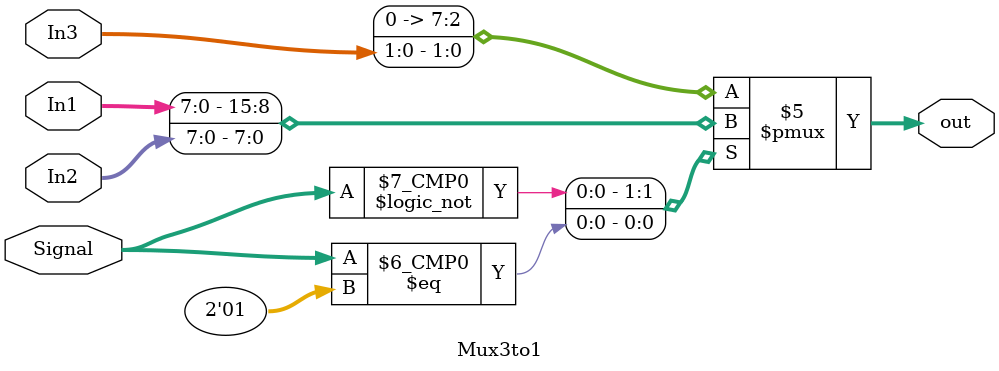
<source format=v>

module Mux3to1(In1, In2, In3, Signal, out);
input [7:0] In1, In2;
input [1:0] In3; 
input [1:0] Signal;
output reg [7:0] out;
initial begin
	out <= 8'b00000000;
end

always @(In1, In2, In3, Signal)
	case (Signal)
		0: out <= In1;
		1: out <= In2;
		2: out <= {6'b000000,In3};
		default: out <= {6'b000000,In3};
	endcase
endmodule
</source>
